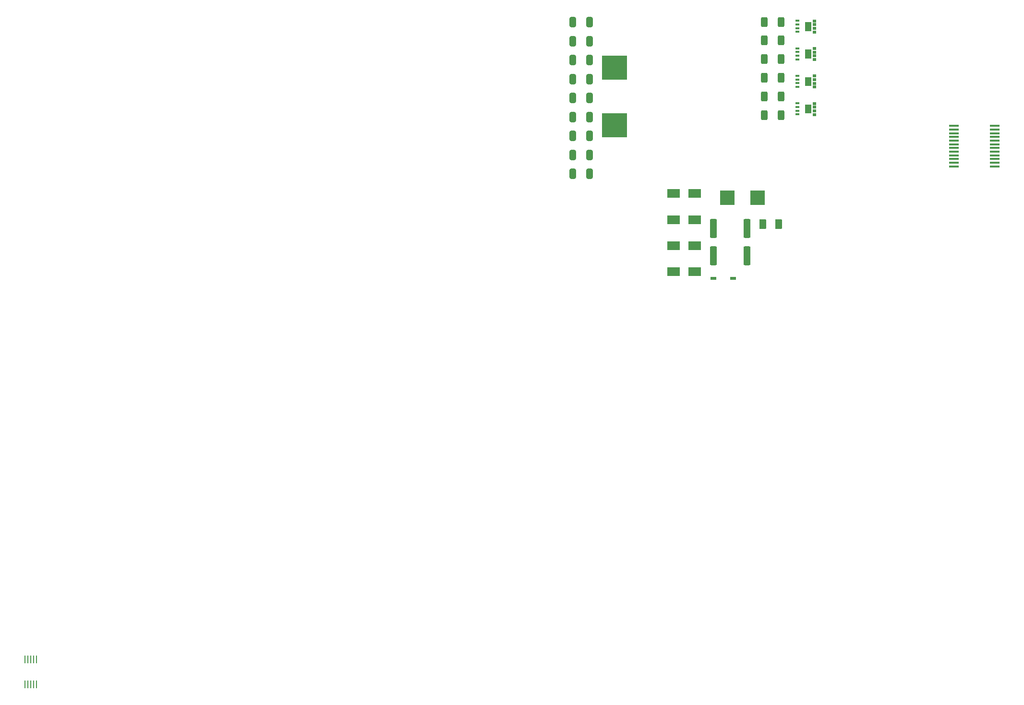
<source format=gtp>
G04 #@! TF.GenerationSoftware,KiCad,Pcbnew,7.0.1*
G04 #@! TF.CreationDate,2023-04-06T04:35:05-07:00*
G04 #@! TF.ProjectId,rps01,72707330-312e-46b6-9963-61645f706362,0*
G04 #@! TF.SameCoordinates,Original*
G04 #@! TF.FileFunction,Paste,Top*
G04 #@! TF.FilePolarity,Positive*
%FSLAX46Y46*%
G04 Gerber Fmt 4.6, Leading zero omitted, Abs format (unit mm)*
G04 Created by KiCad (PCBNEW 7.0.1) date 2023-04-06 04:35:05*
%MOMM*%
%LPD*%
G01*
G04 APERTURE LIST*
G04 Aperture macros list*
%AMRoundRect*
0 Rectangle with rounded corners*
0 $1 Rounding radius*
0 $2 $3 $4 $5 $6 $7 $8 $9 X,Y pos of 4 corners*
0 Add a 4 corners polygon primitive as box body*
4,1,4,$2,$3,$4,$5,$6,$7,$8,$9,$2,$3,0*
0 Add four circle primitives for the rounded corners*
1,1,$1+$1,$2,$3*
1,1,$1+$1,$4,$5*
1,1,$1+$1,$6,$7*
1,1,$1+$1,$8,$9*
0 Add four rect primitives between the rounded corners*
20,1,$1+$1,$2,$3,$4,$5,0*
20,1,$1+$1,$4,$5,$6,$7,0*
20,1,$1+$1,$6,$7,$8,$9,0*
20,1,$1+$1,$8,$9,$2,$3,0*%
G04 Aperture macros list end*
%ADD10C,0.010000*%
%ADD11R,2.184400X1.625600*%
%ADD12RoundRect,0.250000X-0.362500X-1.425000X0.362500X-1.425000X0.362500X1.425000X-0.362500X1.425000X0*%
%ADD13RoundRect,0.250000X-0.325000X-0.650000X0.325000X-0.650000X0.325000X0.650000X-0.325000X0.650000X0*%
%ADD14RoundRect,0.250000X-0.312500X-0.625000X0.312500X-0.625000X0.312500X0.625000X-0.312500X0.625000X0*%
%ADD15R,0.700000X0.420000*%
%ADD16RoundRect,0.250000X-0.375000X-0.625000X0.375000X-0.625000X0.375000X0.625000X-0.375000X0.625000X0*%
%ADD17R,0.279400X1.333500*%
%ADD18R,2.560396X2.499995*%
%ADD19R,1.651000X0.431800*%
%ADD20R,1.111200X0.600800*%
%ADD21R,4.521200X4.241800*%
G04 APERTURE END LIST*
D10*
X173352500Y56895000D02*
X172282500Y56895000D01*
X172282500Y58385000D01*
X173352500Y58385000D01*
X173352500Y56895000D01*
G36*
X173352500Y56895000D02*
G01*
X172282500Y56895000D01*
X172282500Y58385000D01*
X173352500Y58385000D01*
X173352500Y56895000D01*
G37*
X174117500Y58405000D02*
X173677500Y58405000D01*
X173677500Y58825000D01*
X174117500Y58825000D01*
X174117500Y58405000D01*
G36*
X174117500Y58405000D02*
G01*
X173677500Y58405000D01*
X173677500Y58825000D01*
X174117500Y58825000D01*
X174117500Y58405000D01*
G37*
X174117500Y57755000D02*
X173677500Y57755000D01*
X173677500Y58175000D01*
X174117500Y58175000D01*
X174117500Y57755000D01*
G36*
X174117500Y57755000D02*
G01*
X173677500Y57755000D01*
X173677500Y58175000D01*
X174117500Y58175000D01*
X174117500Y57755000D01*
G37*
X174117500Y57105000D02*
X173677500Y57105000D01*
X173677500Y57525000D01*
X174117500Y57525000D01*
X174117500Y57105000D01*
G36*
X174117500Y57105000D02*
G01*
X173677500Y57105000D01*
X173677500Y57525000D01*
X174117500Y57525000D01*
X174117500Y57105000D01*
G37*
X174117500Y56455000D02*
X173677500Y56455000D01*
X173677500Y56875000D01*
X174117500Y56875000D01*
X174117500Y56455000D01*
G36*
X174117500Y56455000D02*
G01*
X173677500Y56455000D01*
X173677500Y56875000D01*
X174117500Y56875000D01*
X174117500Y56455000D01*
G37*
X173352500Y42345000D02*
X172282500Y42345000D01*
X172282500Y43835000D01*
X173352500Y43835000D01*
X173352500Y42345000D01*
G36*
X173352500Y42345000D02*
G01*
X172282500Y42345000D01*
X172282500Y43835000D01*
X173352500Y43835000D01*
X173352500Y42345000D01*
G37*
X174117500Y43855000D02*
X173677500Y43855000D01*
X173677500Y44275000D01*
X174117500Y44275000D01*
X174117500Y43855000D01*
G36*
X174117500Y43855000D02*
G01*
X173677500Y43855000D01*
X173677500Y44275000D01*
X174117500Y44275000D01*
X174117500Y43855000D01*
G37*
X174117500Y43205000D02*
X173677500Y43205000D01*
X173677500Y43625000D01*
X174117500Y43625000D01*
X174117500Y43205000D01*
G36*
X174117500Y43205000D02*
G01*
X173677500Y43205000D01*
X173677500Y43625000D01*
X174117500Y43625000D01*
X174117500Y43205000D01*
G37*
X174117500Y42555000D02*
X173677500Y42555000D01*
X173677500Y42975000D01*
X174117500Y42975000D01*
X174117500Y42555000D01*
G36*
X174117500Y42555000D02*
G01*
X173677500Y42555000D01*
X173677500Y42975000D01*
X174117500Y42975000D01*
X174117500Y42555000D01*
G37*
X174117500Y41905000D02*
X173677500Y41905000D01*
X173677500Y42325000D01*
X174117500Y42325000D01*
X174117500Y41905000D01*
G36*
X174117500Y41905000D02*
G01*
X173677500Y41905000D01*
X173677500Y42325000D01*
X174117500Y42325000D01*
X174117500Y41905000D01*
G37*
X173352500Y47195000D02*
X172282500Y47195000D01*
X172282500Y48685000D01*
X173352500Y48685000D01*
X173352500Y47195000D01*
G36*
X173352500Y47195000D02*
G01*
X172282500Y47195000D01*
X172282500Y48685000D01*
X173352500Y48685000D01*
X173352500Y47195000D01*
G37*
X174117500Y48705000D02*
X173677500Y48705000D01*
X173677500Y49125000D01*
X174117500Y49125000D01*
X174117500Y48705000D01*
G36*
X174117500Y48705000D02*
G01*
X173677500Y48705000D01*
X173677500Y49125000D01*
X174117500Y49125000D01*
X174117500Y48705000D01*
G37*
X174117500Y48055000D02*
X173677500Y48055000D01*
X173677500Y48475000D01*
X174117500Y48475000D01*
X174117500Y48055000D01*
G36*
X174117500Y48055000D02*
G01*
X173677500Y48055000D01*
X173677500Y48475000D01*
X174117500Y48475000D01*
X174117500Y48055000D01*
G37*
X174117500Y47405000D02*
X173677500Y47405000D01*
X173677500Y47825000D01*
X174117500Y47825000D01*
X174117500Y47405000D01*
G36*
X174117500Y47405000D02*
G01*
X173677500Y47405000D01*
X173677500Y47825000D01*
X174117500Y47825000D01*
X174117500Y47405000D01*
G37*
X174117500Y46755000D02*
X173677500Y46755000D01*
X173677500Y47175000D01*
X174117500Y47175000D01*
X174117500Y46755000D01*
G36*
X174117500Y46755000D02*
G01*
X173677500Y46755000D01*
X173677500Y47175000D01*
X174117500Y47175000D01*
X174117500Y46755000D01*
G37*
X173352500Y52045000D02*
X172282500Y52045000D01*
X172282500Y53535000D01*
X173352500Y53535000D01*
X173352500Y52045000D01*
G36*
X173352500Y52045000D02*
G01*
X172282500Y52045000D01*
X172282500Y53535000D01*
X173352500Y53535000D01*
X173352500Y52045000D01*
G37*
X174117500Y53555000D02*
X173677500Y53555000D01*
X173677500Y53975000D01*
X174117500Y53975000D01*
X174117500Y53555000D01*
G36*
X174117500Y53555000D02*
G01*
X173677500Y53555000D01*
X173677500Y53975000D01*
X174117500Y53975000D01*
X174117500Y53555000D01*
G37*
X174117500Y52905000D02*
X173677500Y52905000D01*
X173677500Y53325000D01*
X174117500Y53325000D01*
X174117500Y52905000D01*
G36*
X174117500Y52905000D02*
G01*
X173677500Y52905000D01*
X173677500Y53325000D01*
X174117500Y53325000D01*
X174117500Y52905000D01*
G37*
X174117500Y52255000D02*
X173677500Y52255000D01*
X173677500Y52675000D01*
X174117500Y52675000D01*
X174117500Y52255000D01*
G36*
X174117500Y52255000D02*
G01*
X173677500Y52255000D01*
X173677500Y52675000D01*
X174117500Y52675000D01*
X174117500Y52255000D01*
G37*
X174117500Y51605000D02*
X173677500Y51605000D01*
X173677500Y52025000D01*
X174117500Y52025000D01*
X174117500Y51605000D01*
G36*
X174117500Y51605000D02*
G01*
X173677500Y51605000D01*
X173677500Y52025000D01*
X174117500Y52025000D01*
X174117500Y51605000D01*
G37*
D11*
X149111500Y18961500D03*
X152819900Y18961500D03*
D12*
X156120000Y22010000D03*
X162045000Y22010000D03*
D13*
X131297500Y38290000D03*
X134247500Y38290000D03*
D14*
X165100000Y41970000D03*
X168025000Y41970000D03*
D13*
X131297500Y41640000D03*
X134247500Y41640000D03*
D15*
X170967500Y58615000D03*
X170967500Y57965000D03*
X170967500Y57315000D03*
X170967500Y56665000D03*
D13*
X131297500Y31590000D03*
X134247500Y31590000D03*
D11*
X149111500Y14380100D03*
X152819900Y14380100D03*
D13*
X131297500Y58390000D03*
X134247500Y58390000D03*
D16*
X164872500Y22760000D03*
X167672500Y22760000D03*
D17*
X36750760Y-54033850D03*
X36250380Y-54033850D03*
X35750000Y-54033850D03*
X35249620Y-54033850D03*
X34749240Y-54033850D03*
X34749240Y-58466150D03*
X35249620Y-58466150D03*
X35750000Y-58466150D03*
X36250380Y-58466150D03*
X36750760Y-58466150D03*
D18*
X158592497Y27434804D03*
X163936885Y27434804D03*
D15*
X170967500Y44065000D03*
X170967500Y43415000D03*
X170967500Y42765000D03*
X170967500Y42115000D03*
D14*
X165100000Y58420000D03*
X168025000Y58420000D03*
D15*
X170967500Y48915000D03*
X170967500Y48265000D03*
X170967500Y47615000D03*
X170967500Y46965000D03*
D14*
X165100000Y45260000D03*
X168025000Y45260000D03*
X165100000Y51840000D03*
X168025000Y51840000D03*
X165100000Y48550000D03*
X168025000Y48550000D03*
D15*
X170967500Y53765000D03*
X170967500Y53115000D03*
X170967500Y52465000D03*
X170967500Y51815000D03*
D13*
X131297500Y34940000D03*
X134247500Y34940000D03*
D19*
X198508100Y40072640D03*
X198508100Y39422400D03*
X198508100Y38772160D03*
X198508100Y38121920D03*
X198508100Y37471680D03*
X198508100Y36821440D03*
X198508100Y36171200D03*
X198508100Y35520960D03*
X198508100Y34870720D03*
X198508100Y34220480D03*
X198508100Y33570240D03*
X198508100Y32920000D03*
X205772500Y32920000D03*
X205772500Y33570240D03*
X205772500Y34220480D03*
X205772500Y34870720D03*
X205772500Y35520960D03*
X205772500Y36171200D03*
X205772500Y36821440D03*
X205772500Y37471680D03*
X205772500Y38121920D03*
X205772500Y38772160D03*
X205772500Y39422400D03*
X205772500Y40072640D03*
D13*
X131297500Y55040000D03*
X134247500Y55040000D03*
D11*
X149111500Y23542900D03*
X152819900Y23542900D03*
D13*
X131297500Y51690000D03*
X134247500Y51690000D03*
D12*
X156120000Y17120000D03*
X162045000Y17120000D03*
D20*
X156123300Y13169800D03*
X159573300Y13169800D03*
D13*
X131297500Y44990000D03*
X134247500Y44990000D03*
X131297500Y48340000D03*
X134247500Y48340000D03*
D11*
X149111500Y28124300D03*
X152819900Y28124300D03*
D21*
X138688300Y50314399D03*
X138688300Y40164401D03*
D14*
X165100000Y55130000D03*
X168025000Y55130000D03*
M02*

</source>
